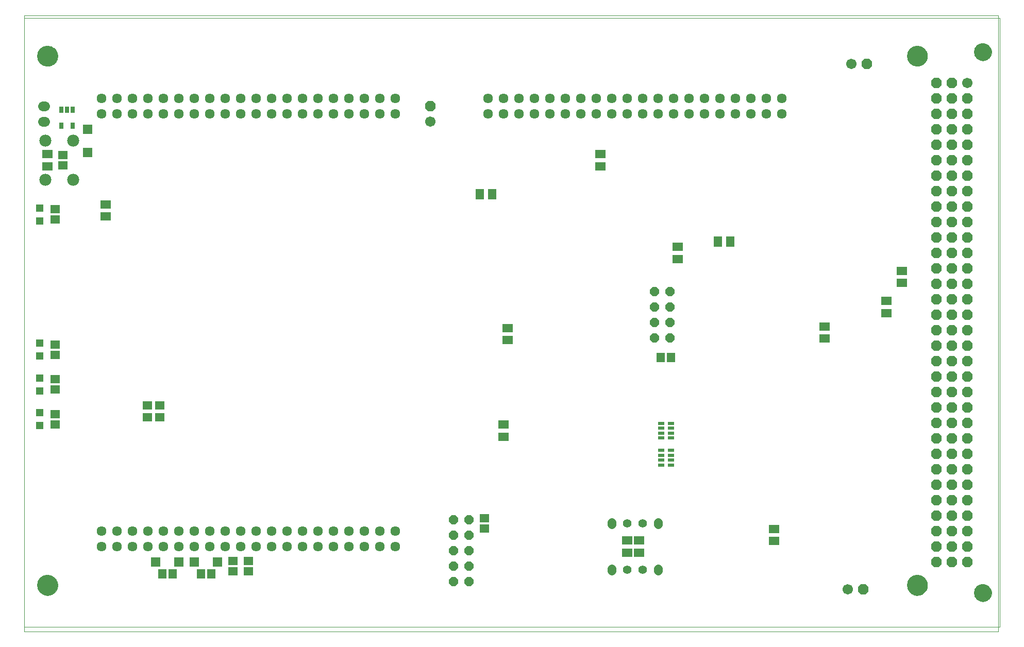
<source format=gbs>
G75*
G70*
%OFA0B0*%
%FSLAX24Y24*%
%IPPOS*%
%LPD*%
%AMOC8*
5,1,8,0,0,1.08239X$1,22.5*
%
%ADD10C,0.0000*%
%ADD11R,0.0631X0.0552*%
%ADD12R,0.0512X0.0512*%
%ADD13R,0.0670X0.0552*%
%ADD14C,0.0780*%
%ADD15C,0.0640*%
%ADD16OC8,0.0600*%
%ADD17C,0.0670*%
%ADD18OC8,0.0670*%
%ADD19C,0.1140*%
%ADD20C,0.0634*%
%ADD21R,0.0552X0.0670*%
%ADD22R,0.0552X0.0631*%
%ADD23R,0.0591X0.0591*%
%ADD24R,0.0312X0.0430*%
%ADD25C,0.1340*%
%ADD26C,0.0560*%
%ADD27C,0.0555*%
%ADD28R,0.0394X0.0236*%
D10*
X004848Y007120D02*
X004848Y046990D01*
X067840Y046990D01*
X067840Y007120D01*
X004848Y007120D01*
X004848Y007430D02*
X004848Y046810D01*
X067948Y046810D01*
X067948Y007430D01*
X004848Y007430D01*
X005698Y010120D02*
X005700Y010170D01*
X005706Y010220D01*
X005716Y010270D01*
X005729Y010318D01*
X005746Y010366D01*
X005767Y010412D01*
X005791Y010456D01*
X005819Y010498D01*
X005850Y010538D01*
X005884Y010575D01*
X005921Y010610D01*
X005960Y010641D01*
X006001Y010670D01*
X006045Y010695D01*
X006091Y010717D01*
X006138Y010735D01*
X006186Y010749D01*
X006235Y010760D01*
X006285Y010767D01*
X006335Y010770D01*
X006386Y010769D01*
X006436Y010764D01*
X006486Y010755D01*
X006534Y010743D01*
X006582Y010726D01*
X006628Y010706D01*
X006673Y010683D01*
X006716Y010656D01*
X006756Y010626D01*
X006794Y010593D01*
X006829Y010557D01*
X006862Y010518D01*
X006891Y010477D01*
X006917Y010434D01*
X006940Y010389D01*
X006959Y010342D01*
X006974Y010294D01*
X006986Y010245D01*
X006994Y010195D01*
X006998Y010145D01*
X006998Y010095D01*
X006994Y010045D01*
X006986Y009995D01*
X006974Y009946D01*
X006959Y009898D01*
X006940Y009851D01*
X006917Y009806D01*
X006891Y009763D01*
X006862Y009722D01*
X006829Y009683D01*
X006794Y009647D01*
X006756Y009614D01*
X006716Y009584D01*
X006673Y009557D01*
X006628Y009534D01*
X006582Y009514D01*
X006534Y009497D01*
X006486Y009485D01*
X006436Y009476D01*
X006386Y009471D01*
X006335Y009470D01*
X006285Y009473D01*
X006235Y009480D01*
X006186Y009491D01*
X006138Y009505D01*
X006091Y009523D01*
X006045Y009545D01*
X006001Y009570D01*
X005960Y009599D01*
X005921Y009630D01*
X005884Y009665D01*
X005850Y009702D01*
X005819Y009742D01*
X005791Y009784D01*
X005767Y009828D01*
X005746Y009874D01*
X005729Y009922D01*
X005716Y009970D01*
X005706Y010020D01*
X005700Y010070D01*
X005698Y010120D01*
X005698Y044370D02*
X005700Y044420D01*
X005706Y044470D01*
X005716Y044520D01*
X005729Y044568D01*
X005746Y044616D01*
X005767Y044662D01*
X005791Y044706D01*
X005819Y044748D01*
X005850Y044788D01*
X005884Y044825D01*
X005921Y044860D01*
X005960Y044891D01*
X006001Y044920D01*
X006045Y044945D01*
X006091Y044967D01*
X006138Y044985D01*
X006186Y044999D01*
X006235Y045010D01*
X006285Y045017D01*
X006335Y045020D01*
X006386Y045019D01*
X006436Y045014D01*
X006486Y045005D01*
X006534Y044993D01*
X006582Y044976D01*
X006628Y044956D01*
X006673Y044933D01*
X006716Y044906D01*
X006756Y044876D01*
X006794Y044843D01*
X006829Y044807D01*
X006862Y044768D01*
X006891Y044727D01*
X006917Y044684D01*
X006940Y044639D01*
X006959Y044592D01*
X006974Y044544D01*
X006986Y044495D01*
X006994Y044445D01*
X006998Y044395D01*
X006998Y044345D01*
X006994Y044295D01*
X006986Y044245D01*
X006974Y044196D01*
X006959Y044148D01*
X006940Y044101D01*
X006917Y044056D01*
X006891Y044013D01*
X006862Y043972D01*
X006829Y043933D01*
X006794Y043897D01*
X006756Y043864D01*
X006716Y043834D01*
X006673Y043807D01*
X006628Y043784D01*
X006582Y043764D01*
X006534Y043747D01*
X006486Y043735D01*
X006436Y043726D01*
X006386Y043721D01*
X006335Y043720D01*
X006285Y043723D01*
X006235Y043730D01*
X006186Y043741D01*
X006138Y043755D01*
X006091Y043773D01*
X006045Y043795D01*
X006001Y043820D01*
X005960Y043849D01*
X005921Y043880D01*
X005884Y043915D01*
X005850Y043952D01*
X005819Y043992D01*
X005791Y044034D01*
X005767Y044078D01*
X005746Y044124D01*
X005729Y044172D01*
X005716Y044220D01*
X005706Y044270D01*
X005700Y044320D01*
X005698Y044370D01*
X061948Y044370D02*
X061950Y044420D01*
X061956Y044470D01*
X061966Y044520D01*
X061979Y044568D01*
X061996Y044616D01*
X062017Y044662D01*
X062041Y044706D01*
X062069Y044748D01*
X062100Y044788D01*
X062134Y044825D01*
X062171Y044860D01*
X062210Y044891D01*
X062251Y044920D01*
X062295Y044945D01*
X062341Y044967D01*
X062388Y044985D01*
X062436Y044999D01*
X062485Y045010D01*
X062535Y045017D01*
X062585Y045020D01*
X062636Y045019D01*
X062686Y045014D01*
X062736Y045005D01*
X062784Y044993D01*
X062832Y044976D01*
X062878Y044956D01*
X062923Y044933D01*
X062966Y044906D01*
X063006Y044876D01*
X063044Y044843D01*
X063079Y044807D01*
X063112Y044768D01*
X063141Y044727D01*
X063167Y044684D01*
X063190Y044639D01*
X063209Y044592D01*
X063224Y044544D01*
X063236Y044495D01*
X063244Y044445D01*
X063248Y044395D01*
X063248Y044345D01*
X063244Y044295D01*
X063236Y044245D01*
X063224Y044196D01*
X063209Y044148D01*
X063190Y044101D01*
X063167Y044056D01*
X063141Y044013D01*
X063112Y043972D01*
X063079Y043933D01*
X063044Y043897D01*
X063006Y043864D01*
X062966Y043834D01*
X062923Y043807D01*
X062878Y043784D01*
X062832Y043764D01*
X062784Y043747D01*
X062736Y043735D01*
X062686Y043726D01*
X062636Y043721D01*
X062585Y043720D01*
X062535Y043723D01*
X062485Y043730D01*
X062436Y043741D01*
X062388Y043755D01*
X062341Y043773D01*
X062295Y043795D01*
X062251Y043820D01*
X062210Y043849D01*
X062171Y043880D01*
X062134Y043915D01*
X062100Y043952D01*
X062069Y043992D01*
X062041Y044034D01*
X062017Y044078D01*
X061996Y044124D01*
X061979Y044172D01*
X061966Y044220D01*
X061956Y044270D01*
X061950Y044320D01*
X061948Y044370D01*
X066298Y044620D02*
X066300Y044667D01*
X066306Y044713D01*
X066316Y044759D01*
X066329Y044803D01*
X066347Y044847D01*
X066368Y044888D01*
X066392Y044928D01*
X066420Y044966D01*
X066451Y045001D01*
X066485Y045033D01*
X066521Y045062D01*
X066560Y045088D01*
X066600Y045111D01*
X066643Y045130D01*
X066687Y045146D01*
X066732Y045158D01*
X066778Y045166D01*
X066825Y045170D01*
X066871Y045170D01*
X066918Y045166D01*
X066964Y045158D01*
X067009Y045146D01*
X067053Y045130D01*
X067096Y045111D01*
X067136Y045088D01*
X067175Y045062D01*
X067211Y045033D01*
X067245Y045001D01*
X067276Y044966D01*
X067304Y044928D01*
X067328Y044888D01*
X067349Y044847D01*
X067367Y044803D01*
X067380Y044759D01*
X067390Y044713D01*
X067396Y044667D01*
X067398Y044620D01*
X067396Y044573D01*
X067390Y044527D01*
X067380Y044481D01*
X067367Y044437D01*
X067349Y044393D01*
X067328Y044352D01*
X067304Y044312D01*
X067276Y044274D01*
X067245Y044239D01*
X067211Y044207D01*
X067175Y044178D01*
X067136Y044152D01*
X067096Y044129D01*
X067053Y044110D01*
X067009Y044094D01*
X066964Y044082D01*
X066918Y044074D01*
X066871Y044070D01*
X066825Y044070D01*
X066778Y044074D01*
X066732Y044082D01*
X066687Y044094D01*
X066643Y044110D01*
X066600Y044129D01*
X066560Y044152D01*
X066521Y044178D01*
X066485Y044207D01*
X066451Y044239D01*
X066420Y044274D01*
X066392Y044312D01*
X066368Y044352D01*
X066347Y044393D01*
X066329Y044437D01*
X066316Y044481D01*
X066306Y044527D01*
X066300Y044573D01*
X066298Y044620D01*
X061948Y010120D02*
X061950Y010170D01*
X061956Y010220D01*
X061966Y010270D01*
X061979Y010318D01*
X061996Y010366D01*
X062017Y010412D01*
X062041Y010456D01*
X062069Y010498D01*
X062100Y010538D01*
X062134Y010575D01*
X062171Y010610D01*
X062210Y010641D01*
X062251Y010670D01*
X062295Y010695D01*
X062341Y010717D01*
X062388Y010735D01*
X062436Y010749D01*
X062485Y010760D01*
X062535Y010767D01*
X062585Y010770D01*
X062636Y010769D01*
X062686Y010764D01*
X062736Y010755D01*
X062784Y010743D01*
X062832Y010726D01*
X062878Y010706D01*
X062923Y010683D01*
X062966Y010656D01*
X063006Y010626D01*
X063044Y010593D01*
X063079Y010557D01*
X063112Y010518D01*
X063141Y010477D01*
X063167Y010434D01*
X063190Y010389D01*
X063209Y010342D01*
X063224Y010294D01*
X063236Y010245D01*
X063244Y010195D01*
X063248Y010145D01*
X063248Y010095D01*
X063244Y010045D01*
X063236Y009995D01*
X063224Y009946D01*
X063209Y009898D01*
X063190Y009851D01*
X063167Y009806D01*
X063141Y009763D01*
X063112Y009722D01*
X063079Y009683D01*
X063044Y009647D01*
X063006Y009614D01*
X062966Y009584D01*
X062923Y009557D01*
X062878Y009534D01*
X062832Y009514D01*
X062784Y009497D01*
X062736Y009485D01*
X062686Y009476D01*
X062636Y009471D01*
X062585Y009470D01*
X062535Y009473D01*
X062485Y009480D01*
X062436Y009491D01*
X062388Y009505D01*
X062341Y009523D01*
X062295Y009545D01*
X062251Y009570D01*
X062210Y009599D01*
X062171Y009630D01*
X062134Y009665D01*
X062100Y009702D01*
X062069Y009742D01*
X062041Y009784D01*
X062017Y009828D01*
X061996Y009874D01*
X061979Y009922D01*
X061966Y009970D01*
X061956Y010020D01*
X061950Y010070D01*
X061948Y010120D01*
X066298Y009620D02*
X066300Y009667D01*
X066306Y009713D01*
X066316Y009759D01*
X066329Y009803D01*
X066347Y009847D01*
X066368Y009888D01*
X066392Y009928D01*
X066420Y009966D01*
X066451Y010001D01*
X066485Y010033D01*
X066521Y010062D01*
X066560Y010088D01*
X066600Y010111D01*
X066643Y010130D01*
X066687Y010146D01*
X066732Y010158D01*
X066778Y010166D01*
X066825Y010170D01*
X066871Y010170D01*
X066918Y010166D01*
X066964Y010158D01*
X067009Y010146D01*
X067053Y010130D01*
X067096Y010111D01*
X067136Y010088D01*
X067175Y010062D01*
X067211Y010033D01*
X067245Y010001D01*
X067276Y009966D01*
X067304Y009928D01*
X067328Y009888D01*
X067349Y009847D01*
X067367Y009803D01*
X067380Y009759D01*
X067390Y009713D01*
X067396Y009667D01*
X067398Y009620D01*
X067396Y009573D01*
X067390Y009527D01*
X067380Y009481D01*
X067367Y009437D01*
X067349Y009393D01*
X067328Y009352D01*
X067304Y009312D01*
X067276Y009274D01*
X067245Y009239D01*
X067211Y009207D01*
X067175Y009178D01*
X067136Y009152D01*
X067096Y009129D01*
X067053Y009110D01*
X067009Y009094D01*
X066964Y009082D01*
X066918Y009074D01*
X066871Y009070D01*
X066825Y009070D01*
X066778Y009074D01*
X066732Y009082D01*
X066687Y009094D01*
X066643Y009110D01*
X066600Y009129D01*
X066560Y009152D01*
X066521Y009178D01*
X066485Y009207D01*
X066451Y009239D01*
X066420Y009274D01*
X066392Y009312D01*
X066368Y009352D01*
X066347Y009393D01*
X066329Y009437D01*
X066316Y009481D01*
X066306Y009527D01*
X066300Y009573D01*
X066298Y009620D01*
D11*
X034598Y013785D03*
X034598Y014454D03*
X019348Y011704D03*
X019348Y011035D03*
X018348Y011035D03*
X018348Y011704D03*
X006848Y020535D03*
X006848Y021204D03*
X006848Y022785D03*
X006848Y023454D03*
X006848Y025035D03*
X006848Y025704D03*
X012798Y021744D03*
X013598Y021744D03*
X013598Y020996D03*
X012798Y020996D03*
X006848Y033785D03*
X006848Y034454D03*
X007348Y037285D03*
X007348Y037954D03*
D12*
X005848Y034533D03*
X005848Y033706D03*
X005848Y025783D03*
X005848Y024956D03*
X005848Y023533D03*
X005848Y022706D03*
X005848Y021283D03*
X005848Y020456D03*
D13*
X010098Y033976D03*
X010098Y034763D03*
X006348Y037226D03*
X006348Y038013D03*
X036098Y026763D03*
X036098Y025976D03*
X035848Y020513D03*
X035848Y019726D03*
X043848Y013013D03*
X044598Y013013D03*
X044598Y012226D03*
X043848Y012226D03*
X053348Y012976D03*
X053348Y013763D03*
X056598Y026076D03*
X056598Y026863D03*
X060598Y027726D03*
X060598Y028513D03*
X061598Y029676D03*
X061598Y030463D03*
X047098Y031226D03*
X047098Y032013D03*
X042098Y037226D03*
X042098Y038013D03*
D14*
X007988Y038900D03*
X006208Y038900D03*
X006208Y036340D03*
X007988Y036340D03*
D15*
X006173Y040120D02*
X006023Y040120D01*
X006023Y041120D02*
X006173Y041120D01*
D16*
X032598Y014370D03*
X033598Y014370D03*
X033598Y013370D03*
X032598Y013370D03*
X032598Y012370D03*
X033598Y012370D03*
X033598Y011370D03*
X033598Y010370D03*
X032598Y010370D03*
X032598Y011370D03*
X045598Y026120D03*
X046598Y026120D03*
X046598Y027120D03*
X046598Y028120D03*
X045598Y028120D03*
X045598Y027120D03*
X045598Y029120D03*
X046598Y029120D03*
D17*
X031098Y040120D03*
X058348Y043870D03*
X065848Y042620D03*
X058098Y009870D03*
D18*
X059098Y009870D03*
X063848Y011620D03*
X063848Y012620D03*
X063848Y013620D03*
X063848Y014620D03*
X063848Y015620D03*
X063848Y016620D03*
X063848Y017620D03*
X063848Y018620D03*
X063848Y019620D03*
X063848Y020620D03*
X063848Y021620D03*
X063848Y022620D03*
X063848Y023620D03*
X063848Y024620D03*
X063848Y025620D03*
X063848Y026620D03*
X063848Y027620D03*
X063848Y028620D03*
X063848Y029620D03*
X063848Y030620D03*
X063848Y031620D03*
X063848Y032620D03*
X063848Y033620D03*
X063848Y034620D03*
X063848Y035620D03*
X063848Y036620D03*
X063848Y037620D03*
X063848Y038620D03*
X063848Y039620D03*
X063848Y040620D03*
X063848Y041620D03*
X063848Y042620D03*
X064848Y042620D03*
X064848Y041620D03*
X065848Y041620D03*
X065848Y040620D03*
X064848Y040620D03*
X064848Y039620D03*
X065848Y039620D03*
X065848Y038620D03*
X064848Y038620D03*
X064848Y037620D03*
X065848Y037620D03*
X065848Y036620D03*
X064848Y036620D03*
X064848Y035620D03*
X065848Y035620D03*
X065848Y034620D03*
X064848Y034620D03*
X064848Y033620D03*
X065848Y033620D03*
X065848Y032620D03*
X064848Y032620D03*
X064848Y031620D03*
X065848Y031620D03*
X065848Y030620D03*
X064848Y030620D03*
X064848Y029620D03*
X065848Y029620D03*
X065848Y028620D03*
X064848Y028620D03*
X064848Y027620D03*
X065848Y027620D03*
X065848Y026620D03*
X064848Y026620D03*
X064848Y025620D03*
X065848Y025620D03*
X065848Y024620D03*
X064848Y024620D03*
X064848Y023620D03*
X065848Y023620D03*
X065848Y022620D03*
X064848Y022620D03*
X064848Y021620D03*
X065848Y021620D03*
X065848Y020620D03*
X064848Y020620D03*
X064848Y019620D03*
X065848Y019620D03*
X065848Y018620D03*
X064848Y018620D03*
X064848Y017620D03*
X065848Y017620D03*
X065848Y016620D03*
X064848Y016620D03*
X064848Y015620D03*
X065848Y015620D03*
X065848Y014620D03*
X064848Y014620D03*
X064848Y013620D03*
X065848Y013620D03*
X065848Y012620D03*
X064848Y012620D03*
X064848Y011620D03*
X065848Y011620D03*
X031098Y041120D03*
X059348Y043870D03*
D19*
X066848Y044620D03*
X066848Y009620D03*
D20*
X028848Y012620D03*
X027848Y012620D03*
X027848Y013620D03*
X028848Y013620D03*
X026848Y013620D03*
X025848Y013620D03*
X024848Y013620D03*
X023848Y013620D03*
X022848Y013620D03*
X021848Y013620D03*
X020848Y013620D03*
X019848Y013620D03*
X018848Y013620D03*
X017848Y013620D03*
X016848Y013620D03*
X015848Y013620D03*
X014848Y013620D03*
X013848Y013620D03*
X012848Y013620D03*
X011848Y013620D03*
X010848Y013620D03*
X009848Y013620D03*
X009848Y012620D03*
X010848Y012620D03*
X011848Y012620D03*
X012848Y012620D03*
X013848Y012620D03*
X014848Y012620D03*
X015848Y012620D03*
X016848Y012620D03*
X017848Y012620D03*
X018848Y012620D03*
X019848Y012620D03*
X020848Y012620D03*
X021848Y012620D03*
X022848Y012620D03*
X023848Y012620D03*
X024848Y012620D03*
X025848Y012620D03*
X026848Y012620D03*
X026848Y040620D03*
X025848Y040620D03*
X024848Y040620D03*
X024848Y041620D03*
X025848Y041620D03*
X026848Y041620D03*
X027848Y041620D03*
X028848Y041620D03*
X028848Y040620D03*
X027848Y040620D03*
X023848Y040620D03*
X022848Y040620D03*
X022848Y041620D03*
X023848Y041620D03*
X021848Y041620D03*
X020848Y041620D03*
X019848Y041620D03*
X018848Y041620D03*
X017848Y041620D03*
X016848Y041620D03*
X015848Y041620D03*
X014848Y041620D03*
X013848Y041620D03*
X012848Y041620D03*
X011848Y041620D03*
X010848Y041620D03*
X009848Y041620D03*
X009848Y040620D03*
X010848Y040620D03*
X011848Y040620D03*
X012848Y040620D03*
X013848Y040620D03*
X014848Y040620D03*
X015848Y040620D03*
X016848Y040620D03*
X017848Y040620D03*
X018848Y040620D03*
X019848Y040620D03*
X020848Y040620D03*
X021848Y040620D03*
X034848Y040620D03*
X035848Y040620D03*
X036848Y040620D03*
X036848Y041620D03*
X035848Y041620D03*
X034848Y041620D03*
X037848Y041620D03*
X038848Y041620D03*
X039848Y041620D03*
X040848Y041620D03*
X041848Y041620D03*
X042848Y041620D03*
X043848Y041620D03*
X044848Y041620D03*
X045848Y041620D03*
X046848Y041620D03*
X047848Y041620D03*
X048848Y041620D03*
X049848Y041620D03*
X050848Y041620D03*
X051848Y041620D03*
X052848Y041620D03*
X053848Y041620D03*
X053848Y040620D03*
X052848Y040620D03*
X051848Y040620D03*
X050848Y040620D03*
X049848Y040620D03*
X048848Y040620D03*
X047848Y040620D03*
X046848Y040620D03*
X045848Y040620D03*
X044848Y040620D03*
X043848Y040620D03*
X042848Y040620D03*
X041848Y040620D03*
X040848Y040620D03*
X039848Y040620D03*
X038848Y040620D03*
X037848Y040620D03*
D21*
X035092Y035420D03*
X034304Y035420D03*
X049704Y032370D03*
X050492Y032370D03*
D22*
X046683Y024870D03*
X046013Y024870D03*
X016933Y010870D03*
X016263Y010870D03*
X014433Y010870D03*
X013763Y010870D03*
D23*
X013350Y011620D03*
X014846Y011620D03*
X015850Y011620D03*
X017346Y011620D03*
X008948Y038121D03*
X008948Y039618D03*
D24*
X007972Y039858D03*
X007224Y039858D03*
X007224Y040877D03*
X007598Y040877D03*
X007972Y040877D03*
D25*
X006348Y044370D03*
X006348Y010120D03*
X062598Y010120D03*
X062598Y044370D03*
D26*
X045848Y014185D02*
X045848Y014055D01*
X042848Y014055D02*
X042848Y014185D01*
X042848Y011185D02*
X042848Y011055D01*
X045848Y011055D02*
X045848Y011185D01*
D27*
X044848Y011120D03*
X043848Y011120D03*
X043848Y014120D03*
X044848Y014120D03*
D28*
X046033Y017897D03*
X046033Y018212D03*
X046033Y018527D03*
X046033Y018842D03*
X046663Y018842D03*
X046663Y018527D03*
X046663Y018212D03*
X046663Y017897D03*
X046663Y019647D03*
X046663Y019962D03*
X046663Y020277D03*
X046663Y020592D03*
X046033Y020592D03*
X046033Y020277D03*
X046033Y019962D03*
X046033Y019647D03*
M02*

</source>
